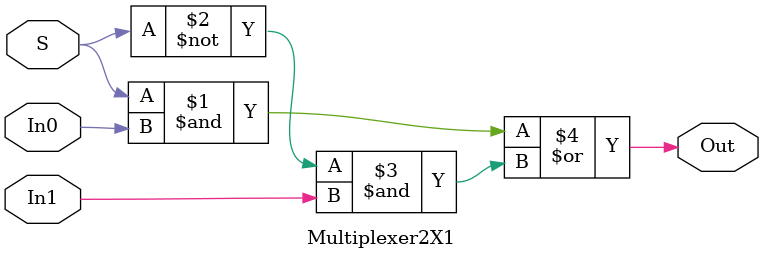
<source format=v>
module Multiplexer2X1 (In0, In1, S, Out);

	input In0, In1, S;
	output Out;
	
	assign Out = (S & In0) | (~S & In1); 

endmodule 
</source>
